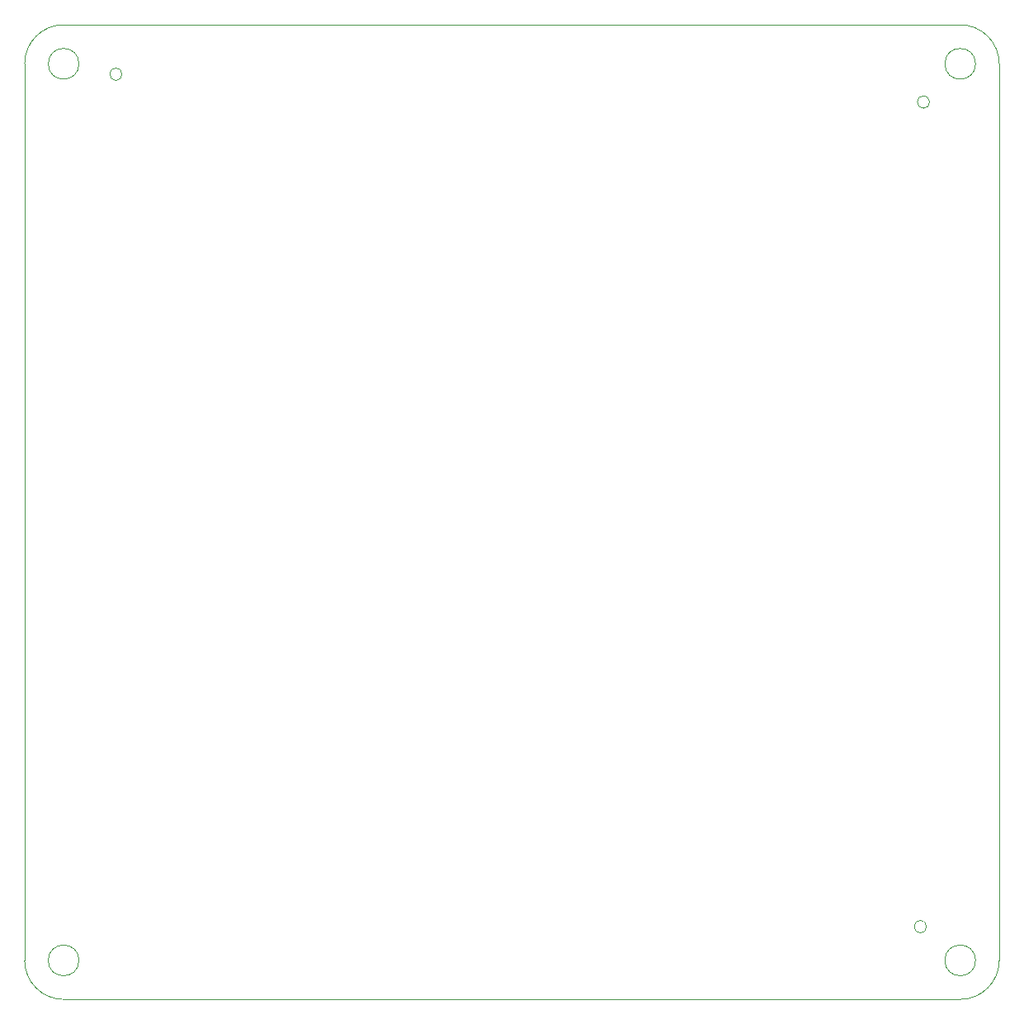
<source format=gm1>
G04 #@! TF.GenerationSoftware,KiCad,Pcbnew,6.0.2+dfsg-1*
G04 #@! TF.CreationDate,2023-02-12T19:45:13+01:00*
G04 #@! TF.ProjectId,RBCX,52424358-2e6b-4696-9361-645f70636258,rev?*
G04 #@! TF.SameCoordinates,Original*
G04 #@! TF.FileFunction,Profile,NP*
%FSLAX46Y46*%
G04 Gerber Fmt 4.6, Leading zero omitted, Abs format (unit mm)*
G04 Created by KiCad (PCBNEW 6.0.2+dfsg-1) date 2023-02-12 19:45:13*
%MOMM*%
%LPD*%
G01*
G04 APERTURE LIST*
G04 #@! TA.AperFunction,Profile*
%ADD10C,0.050000*%
G04 #@! TD*
G04 #@! TA.AperFunction,Profile*
%ADD11C,0.100000*%
G04 #@! TD*
G04 APERTURE END LIST*
D10*
X191843200Y-146428200D02*
G75*
G03*
X195843200Y-142428200I0J4000000D01*
G01*
D11*
X105845000Y-51495000D02*
G75*
G03*
X105845000Y-51495000I-635000J0D01*
G01*
X193418200Y-50428200D02*
G75*
G03*
X193418200Y-50428200I-1575000J0D01*
G01*
D10*
X195843200Y-50428200D02*
G75*
G03*
X191843200Y-46428200I-4000000J0D01*
G01*
X99843200Y-146428200D02*
X191843200Y-146428200D01*
D11*
X188390000Y-138965000D02*
G75*
G03*
X188390000Y-138965000I-635000J0D01*
G01*
D10*
X99843200Y-46428200D02*
G75*
G03*
X95843200Y-50428200I0J-4000000D01*
G01*
X95843200Y-142428200D02*
G75*
G03*
X99843200Y-146428200I4000000J0D01*
G01*
D11*
X193418200Y-142428200D02*
G75*
G03*
X193418200Y-142428200I-1575000J0D01*
G01*
D10*
X95843200Y-50428200D02*
X95843200Y-142428200D01*
X195843200Y-142428200D02*
X195843200Y-50428200D01*
X191843200Y-46428200D02*
X99843200Y-46428200D01*
D11*
X101418200Y-50428200D02*
G75*
G03*
X101418200Y-50428200I-1575000J0D01*
G01*
X101418200Y-142428200D02*
G75*
G03*
X101418200Y-142428200I-1575000J0D01*
G01*
X188710000Y-54350000D02*
G75*
G03*
X188710000Y-54350000I-635000J0D01*
G01*
M02*

</source>
